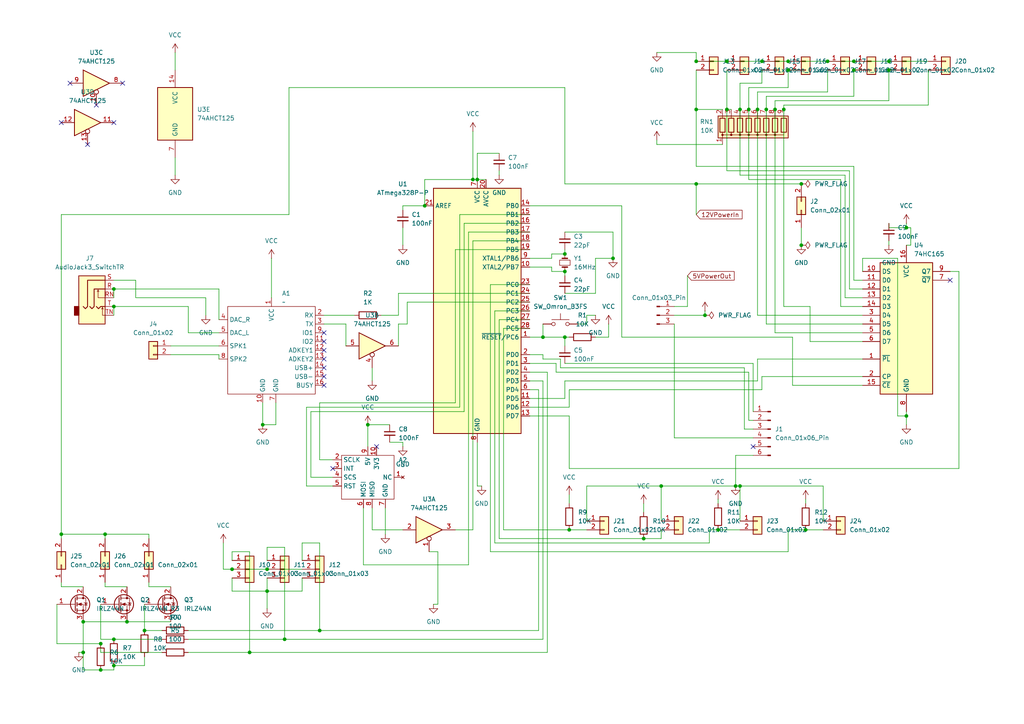
<source format=kicad_sch>
(kicad_sch (version 20231120) (generator "eeschema") (generator_version "8.0")
  (paper "A4")
  (lib_symbols
    (symbol "74xx:74AHCT125" (pin_names (offset 1.016))
      (property "Reference" "U" (at 0 1.27 0))
      (property "Value" "74AHCT125" (at 0 -1.27 0))
      (symbol "74AHCT125_1_0"
        (pin input inverted (at 0 -6.35 90) (length 4.445) (name "~") (number "1"))
        (pin input line (at -7.62 0 0) (length 3.81) (name "~") (number "2"))
        (pin tri_state line (at 7.62 0 180) (length 3.81) (name "~") (number "3"))
      )
      (symbol "74AHCT125_2_0"
        (pin input inverted (at 0 -6.35 90) (length 4.445) (name "~") (number "4"))
        (pin input line (at -7.62 0 0) (length 3.81) (name "~") (number "5"))
        (pin tri_state line (at 7.62 0 180) (length 3.81) (name "~") (number "6"))
      )
      (symbol "74AHCT125_3_0"
        (pin input inverted (at 0 -6.35 90) (length 4.445) (name "~") (number "10"))
        (pin tri_state line (at 7.62 0 180) (length 3.81) (name "~") (number "8"))
        (pin input line (at -7.62 0 0) (length 3.81) (name "~") (number "9"))
      )
      (symbol "74AHCT125_4_0"
        (pin tri_state line (at 7.62 0 180) (length 3.81) (name "~") (number "11"))
        (pin input line (at -7.62 0 0) (length 3.81) (name "~") (number "12"))
        (pin input inverted (at 0 -6.35 90) (length 4.445) (name "~") (number "13"))
      )
      (symbol "74AHCT125_5_0"
        (pin power_in line (at 0 12.7 270) (length 5.08) (name "VCC") (number "14"))
        (pin power_in line (at 0 -12.7 90) (length 5.08) (name "GND") (number "7"))
      )
    )
    (symbol "74xx:74HC165"
      (property "Reference" "U" (at -7.62 19.05 0))
      (property "Value" "74HC165" (at -7.62 -21.59 0))
      (symbol "74HC165_1_0"
        (pin input line (at -12.7 -10.16 0) (length 5.08) (name "~{PL}") (number "1"))
        (pin input line (at -12.7 15.24 0) (length 5.08) (name "DS") (number "10"))
        (pin input line (at -12.7 12.7 0) (length 5.08) (name "D0") (number "11"))
        (pin input line (at -12.7 10.16 0) (length 5.08) (name "D1") (number "12"))
        (pin input line (at -12.7 7.62 0) (length 5.08) (name "D2") (number "13"))
        (pin input line (at -12.7 5.08 0) (length 5.08) (name "D3") (number "14"))
        (pin input line (at -12.7 -17.78 0) (length 5.08) (name "~{CE}") (number "15"))
        (pin power_in line (at 0 22.86 270) (length 5.08) (name "VCC") (number "16"))
        (pin input line (at -12.7 -15.24 0) (length 5.08) (name "CP") (number "2"))
        (pin input line (at -12.7 2.54 0) (length 5.08) (name "D4") (number "3"))
        (pin input line (at -12.7 0 0) (length 5.08) (name "D5") (number "4"))
        (pin input line (at -12.7 -2.54 0) (length 5.08) (name "D6") (number "5"))
        (pin input line (at -12.7 -5.08 0) (length 5.08) (name "D7") (number "6"))
        (pin output line (at 12.7 12.7 180) (length 5.08) (name "~{Q7}") (number "7"))
        (pin power_in line (at 0 -25.4 90) (length 5.08) (name "GND") (number "8"))
        (pin output line (at 12.7 15.24 180) (length 5.08) (name "Q7") (number "9"))
      )
    )
    (symbol "Connector:Conn_01x03_Pin" (pin_names (offset 1.016) hide)
      (property "Reference" "J" (at 0 5.08 0))
      (property "Value" "Conn_01x03_Pin" (at 0 -5.08 0))
      (symbol "Conn_01x03_Pin_1_1"
        (pin passive line (at 5.08 2.54 180) (length 3.81) (name "Pin_1") (number "1"))
        (pin passive line (at 5.08 0 180) (length 3.81) (name "Pin_2") (number "2"))
        (pin passive line (at 5.08 -2.54 180) (length 3.81) (name "Pin_3") (number "3"))
      )
    )
    (symbol "Connector:Conn_01x06_Pin" (pin_names (offset 1.016) hide)
      (property "Reference" "J" (at 0 7.62 0))
      (property "Value" "Conn_01x06_Pin" (at 0 -10.16 0))
      (symbol "Conn_01x06_Pin_1_1"
        (pin passive line (at 5.08 5.08 180) (length 3.81) (name "Pin_1") (number "1"))
        (pin passive line (at 5.08 2.54 180) (length 3.81) (name "Pin_2") (number "2"))
        (pin passive line (at 5.08 0 180) (length 3.81) (name "Pin_3") (number "3"))
        (pin passive line (at 5.08 -2.54 180) (length 3.81) (name "Pin_4") (number "4"))
        (pin passive line (at 5.08 -5.08 180) (length 3.81) (name "Pin_5") (number "5"))
        (pin passive line (at 5.08 -7.62 180) (length 3.81) (name "Pin_6") (number "6"))
      )
    )
    (symbol "Connector:TestPoint_Probe" (pin_numbers hide) (pin_names (offset 0.762) hide)
      (property "Reference" "TP" (at 1.651 5.842 0))
      (property "Value" "TestPoint_Probe" (at 1.651 4.064 0))
      (symbol "TestPoint_Probe_1_1"
        (pin passive line (at 0 0 90) (length 0) (name "1") (number "1"))
      )
    )
    (symbol "Connector_Audio:AudioJack3_SwitchTR"
      (property "Reference" "J" (at 0 8.89 0))
      (property "Value" "AudioJack3_SwitchTR" (at 0 6.35 0))
      (symbol "AudioJack3_SwitchTR_1_1"
        (pin passive line (at 5.08 0 180) (length 2.54) (name "~") (number "R"))
        (pin passive line (at 5.08 -2.54 180) (length 2.54) (name "~") (number "RN"))
        (pin passive line (at 5.08 2.54 180) (length 2.54) (name "~") (number "S"))
        (pin passive line (at 5.08 -5.08 180) (length 2.54) (name "~") (number "T"))
        (pin passive line (at 5.08 -7.62 180) (length 2.54) (name "~") (number "TN"))
      )
    )
    (symbol "Connector_Generic:Conn_01x02" (pin_names (offset 1.016) hide)
      (property "Reference" "J" (at 0 2.54 0))
      (property "Value" "Conn_01x02" (at 0 -5.08 0))
      (symbol "Conn_01x02_1_1"
        (pin passive line (at -5.08 0 0) (length 3.81) (name "Pin_1") (number "1"))
        (pin passive line (at -5.08 -2.54 0) (length 3.81) (name "Pin_2") (number "2"))
      )
    )
    (symbol "Connector_Generic:Conn_01x03" (pin_names (offset 1.016) hide)
      (property "Reference" "J" (at 0 5.08 0))
      (property "Value" "Conn_01x03" (at 0 -5.08 0))
      (symbol "Conn_01x03_1_1"
        (pin passive line (at -5.08 2.54 0) (length 3.81) (name "Pin_1") (number "1"))
        (pin passive line (at -5.08 0 0) (length 3.81) (name "Pin_2") (number "2"))
        (pin passive line (at -5.08 -2.54 0) (length 3.81) (name "Pin_3") (number "3"))
      )
    )
    (symbol "Connector_Generic:Conn_02x01" (pin_names (offset 1.016) hide)
      (property "Reference" "J" (at 1.27 2.54 0))
      (property "Value" "Conn_02x01" (at 1.27 -2.54 0))
      (symbol "Conn_02x01_1_1"
        (pin passive line (at -5.08 0 0) (length 3.81) (name "Pin_1") (number "1"))
        (pin passive line (at 7.62 0 180) (length 3.81) (name "Pin_2") (number "2"))
      )
    )
    (symbol "DFPlayer:DFPlayerMini"
      (property "Reference" "A" (at 0 0 0))
      (symbol "DFPlayerMini_1_1"
        (pin power_in line (at 0 15.24 270) (length 2.54) (name "VCC") (number "1"))
        (pin power_in line (at 2.54 -15.24 90) (length 2.54) (name "GND") (number "10"))
        (pin bidirectional line (at -15.24 2.54 0) (length 2.54) (name "IO2") (number "11"))
        (pin input line (at -15.24 0 0) (length 2.54) (name "ADKEY1") (number "12"))
        (pin input line (at -15.24 -2.54 0) (length 2.54) (name "ADKEY2") (number "13"))
        (pin bidirectional line (at -15.24 -5.08 0) (length 2.54) (name "USB+") (number "14"))
        (pin bidirectional line (at -15.24 -7.62 0) (length 2.54) (name "USB-") (number "15"))
        (pin output line (at -15.24 -10.16 0) (length 2.54) (name "BUSY") (number "16"))
        (pin input line (at -15.24 10.16 0) (length 2.54) (name "RX") (number "2"))
        (pin output line (at -15.24 7.62 0) (length 2.54) (name "TX") (number "3"))
        (pin output line (at 15.24 8.89 180) (length 2.54) (name "DAC_R") (number "4"))
        (pin output line (at 15.24 5.08 180) (length 2.54) (name "DAC_L") (number "5"))
        (pin output line (at 15.24 1.27 180) (length 2.54) (name "SPK1") (number "6"))
        (pin power_in line (at -1.27 -15.24 90) (length 2.54) (name "GND") (number "7"))
        (pin output line (at 15.24 -2.54 180) (length 2.54) (name "SPK2") (number "8"))
        (pin bidirectional line (at -15.24 5.08 0) (length 2.54) (name "IO1") (number "9"))
      )
    )
    (symbol "Device:C" (pin_numbers hide) (pin_names (offset 0.254))
      (property "Reference" "C" (at 0.635 2.54 0))
      (property "Value" "C" (at 0.635 -2.54 0))
      (symbol "C_1_1"
        (pin passive line (at 0 3.81 270) (length 2.794) (name "~") (number "1"))
        (pin passive line (at 0 -3.81 90) (length 2.794) (name "~") (number "2"))
      )
    )
    (symbol "Device:C_Polarized" (pin_numbers hide) (pin_names (offset 0.254))
      (property "Reference" "C" (at 0.635 2.54 0))
      (property "Value" "C_Polarized" (at 0.635 -2.54 0))
      (symbol "C_Polarized_1_1"
        (pin passive line (at 0 3.81 270) (length 2.794) (name "~") (number "1"))
        (pin passive line (at 0 -3.81 90) (length 2.794) (name "~") (number "2"))
      )
    )
    (symbol "Device:C_Small" (pin_numbers hide) (pin_names (offset 0.254) hide)
      (property "Reference" "C" (at 0.254 1.778 0))
      (property "Value" "C_Small" (at 0.254 -2.032 0))
      (symbol "C_Small_1_1"
        (pin passive line (at 0 2.54 270) (length 2.032) (name "~") (number "1"))
        (pin passive line (at 0 -2.54 90) (length 2.032) (name "~") (number "2"))
      )
    )
    (symbol "Device:Crystal_Small" (pin_numbers hide) (pin_names (offset 1.016) hide)
      (property "Reference" "Y" (at 0 2.54 0))
      (property "Value" "Crystal_Small" (at 0 -2.54 0))
      (symbol "Crystal_Small_1_1"
        (pin passive line (at -2.54 0 0) (length 1.27) (name "1") (number "1"))
        (pin passive line (at 2.54 0 180) (length 1.27) (name "2") (number "2"))
      )
    )
    (symbol "Device:R" (pin_numbers hide) (pin_names (offset 0))
      (property "Reference" "R" (at 2.032 0 90))
      (property "Value" "R" (at 0 0 90))
      (symbol "R_1_1"
        (pin passive line (at 0 3.81 270) (length 1.27) (name "~") (number "1"))
        (pin passive line (at 0 -3.81 90) (length 1.27) (name "~") (number "2"))
      )
    )
    (symbol "Device:R_Network08" (pin_names (offset 0) hide)
      (property "Reference" "RN" (at -12.7 0 90))
      (property "Value" "R_Network08" (at 10.16 0 90))
      (symbol "R_Network08_1_1"
        (pin passive line (at -10.16 5.08 270) (length 2.54) (name "common") (number "1"))
        (pin passive line (at -10.16 -5.08 90) (length 1.27) (name "R1") (number "2"))
        (pin passive line (at -7.62 -5.08 90) (length 1.27) (name "R2") (number "3"))
        (pin passive line (at -5.08 -5.08 90) (length 1.27) (name "R3") (number "4"))
        (pin passive line (at -2.54 -5.08 90) (length 1.27) (name "R4") (number "5"))
        (pin passive line (at 0 -5.08 90) (length 1.27) (name "R5") (number "6"))
        (pin passive line (at 2.54 -5.08 90) (length 1.27) (name "R6") (number "7"))
        (pin passive line (at 5.08 -5.08 90) (length 1.27) (name "R7") (number "8"))
        (pin passive line (at 7.62 -5.08 90) (length 1.27) (name "R8") (number "9"))
      )
    )
    (symbol "MCU_Microchip_ATmega:ATmega328P-P"
      (property "Reference" "U" (at -12.7 36.83 0))
      (property "Value" "ATmega328P-P" (at 2.54 -36.83 0))
      (symbol "ATmega328P-P_1_1"
        (pin bidirectional line (at 15.24 -7.62 180) (length 2.54) (name "~{RESET}/PC6") (number "1"))
        (pin bidirectional line (at 15.24 12.7 180) (length 2.54) (name "XTAL2/PB7") (number "10"))
        (pin bidirectional line (at 15.24 -25.4 180) (length 2.54) (name "PD5") (number "11"))
        (pin bidirectional line (at 15.24 -27.94 180) (length 2.54) (name "PD6") (number "12"))
        (pin bidirectional line (at 15.24 -30.48 180) (length 2.54) (name "PD7") (number "13"))
        (pin bidirectional line (at 15.24 30.48 180) (length 2.54) (name "PB0") (number "14"))
        (pin bidirectional line (at 15.24 27.94 180) (length 2.54) (name "PB1") (number "15"))
        (pin bidirectional line (at 15.24 25.4 180) (length 2.54) (name "PB2") (number "16"))
        (pin bidirectional line (at 15.24 22.86 180) (length 2.54) (name "PB3") (number "17"))
        (pin bidirectional line (at 15.24 20.32 180) (length 2.54) (name "PB4") (number "18"))
        (pin bidirectional line (at 15.24 17.78 180) (length 2.54) (name "PB5") (number "19"))
        (pin bidirectional line (at 15.24 -12.7 180) (length 2.54) (name "PD0") (number "2"))
        (pin power_in line (at 2.54 38.1 270) (length 2.54) (name "AVCC") (number "20"))
        (pin passive line (at -15.24 30.48 0) (length 2.54) (name "AREF") (number "21"))
        (pin passive line (at 0 -38.1 90) (length 2.54) hide (name "GND") (number "22"))
        (pin bidirectional line (at 15.24 7.62 180) (length 2.54) (name "PC0") (number "23"))
        (pin bidirectional line (at 15.24 5.08 180) (length 2.54) (name "PC1") (number "24"))
        (pin bidirectional line (at 15.24 2.54 180) (length 2.54) (name "PC2") (number "25"))
        (pin bidirectional line (at 15.24 0 180) (length 2.54) (name "PC3") (number "26"))
        (pin bidirectional line (at 15.24 -2.54 180) (length 2.54) (name "PC4") (number "27"))
        (pin bidirectional line (at 15.24 -5.08 180) (length 2.54) (name "PC5") (number "28"))
        (pin bidirectional line (at 15.24 -15.24 180) (length 2.54) (name "PD1") (number "3"))
        (pin bidirectional line (at 15.24 -17.78 180) (length 2.54) (name "PD2") (number "4"))
        (pin bidirectional line (at 15.24 -20.32 180) (length 2.54) (name "PD3") (number "5"))
        (pin bidirectional line (at 15.24 -22.86 180) (length 2.54) (name "PD4") (number "6"))
        (pin power_in line (at 0 38.1 270) (length 2.54) (name "VCC") (number "7"))
        (pin power_in line (at 0 -38.1 90) (length 2.54) (name "GND") (number "8"))
        (pin bidirectional line (at 15.24 15.24 180) (length 2.54) (name "XTAL1/PB6") (number "9"))
      )
    )
    (symbol "Regulator_Linear:LM7805_TO220" (pin_names (offset 0.254))
      (property "Reference" "U" (at -3.81 3.175 0))
      (property "Value" "LM7805_TO220" (at 0 3.175 0))
      (symbol "LM7805_TO220_1_1"
        (pin power_in line (at -7.62 0 0) (length 2.54) (name "VI") (number "1"))
        (pin power_in line (at 0 -7.62 90) (length 2.54) (name "GND") (number "2"))
        (pin power_out line (at 7.62 0 180) (length 2.54) (name "VO") (number "3"))
      )
    )
    (symbol "Switch:SW_Omron_B3FS" (pin_numbers hide) (pin_names (offset 1.016) hide)
      (property "Reference" "SW" (at 1.27 2.54 0))
      (property "Value" "SW_Omron_B3FS" (at 0 -1.524 0))
      (symbol "SW_Omron_B3FS_0_1"
        (pin passive line (at -5.08 0 0) (length 2.54) (name "1") (number "1"))
        (pin passive line (at 5.08 0 180) (length 2.54) (name "2") (number "2"))
      )
    )
    (symbol "Transistor_FET:IRLZ44N" (pin_names hide)
      (property "Reference" "Q" (at 5.08 1.905 0))
      (property "Value" "IRLZ44N" (at 5.08 0 0))
      (symbol "IRLZ44N_1_1"
        (pin input line (at -5.08 0 0) (length 2.54) (name "G") (number "1"))
        (pin passive line (at 2.54 5.08 270) (length 2.54) (name "D") (number "2"))
        (pin passive line (at 2.54 -5.08 90) (length 2.54) (name "S") (number "3"))
      )
    )
    (symbol "Wiznet:W5500Module"
      (property "Reference" "A" (at 0 0 0))
      (symbol "W5500Module_1_1"
        (pin no_connect line (at 10.16 0 180) (length 2.54) (name "NC") (number "1"))
        (pin power_in line (at 2.54 8.89 270) (length 2.54) (name "3V3") (number "10"))
        (pin input line (at -10.16 5.08 0) (length 2.54) (name "SCLK") (number "2"))
        (pin output line (at -10.16 2.54 0) (length 2.54) (name "INT") (number "3"))
        (pin input line (at -10.16 0 0) (length 2.54) (name "SCS") (number "4"))
        (pin input line (at -10.16 -2.54 0) (length 2.54) (name "RST") (number "5"))
        (pin input line (at -1.27 -8.89 90) (length 2.54) (name "MOSI") (number "6"))
        (pin power_in line (at 5.08 -8.89 90) (length 2.54) (name "GND") (number "7"))
        (pin output line (at 1.27 -8.89 90) (length 2.54) (name "MISO") (number "8"))
        (pin power_in line (at 0 8.89 270) (length 2.54) (name "5V") (number "9"))
      )
    )
    (symbol "power:GND" (power) (pin_numbers hide) (pin_names (offset 0) hide)
      (property "Value" "GND" (at 0 -3.81 0))
      (symbol "GND_1_1"
        (pin power_in line (at 0 0 270) (length 0) (name "~") (number "1"))
      )
    )
    (symbol "power:PWR_FLAG" (power) (pin_numbers hide) (pin_names (offset 0) hide)
      (property "Value" "PWR_FLAG" (at 0 3.81 0))
      (symbol "PWR_FLAG_0_0"
        (pin power_out line (at 0 0 90) (length 0) (name "~") (number "1"))
      )
    )
    (symbol "power:VCC" (power) (pin_numbers hide) (pin_names (offset 0) hide)
      (property "Value" "VCC" (at 0 3.556 0))
      (symbol "VCC_1_1"
        (pin power_in line (at 0 0 90) (length 0) (name "~") (number "1"))
      )
    )
  )
  (junction (at 24.13 180.34))
  (junction (at 156.21 260.35))
  (junction (at 30.48 154.94))
  (junction (at 163.83 78.74))
  (junction (at 137.16 52.07))
  (junction (at 213.36 140.97))
  (junction (at 217.17 31.75))
  (junction (at 33.02 193.04))
  (junction (at 177.8 74.93))
  (junction (at 147.32 242.57))
  (junction (at 262.89 120.65))
  (junction (at 33.02 83.82))
  (junction (at 33.02 88.9))
  (junction (at 67.31 165.1))
  (junction (at 232.41 71.12))
  (junction (at 247.65 17.78))
  (junction (at 29.21 186.69))
  (junction (at 210.82 17.78))
  (junction (at 186.69 156.21))
  (junction (at 41.91 182.88))
  (junction (at 191.77 140.97))
  (junction (at 247.65 20.32))
  (junction (at 233.68 153.67))
  (junction (at 77.47 171.45))
  (junction (at 77.47 165.1))
  (junction (at 222.25 31.75))
  (junction (at 232.41 53.34))
  (junction (at 92.71 182.88))
  (junction (at 201.93 31.75))
  (junction (at 208.28 153.67))
  (junction (at 201.93 17.78))
  (junction (at 82.55 185.42))
  (junction (at 24.13 189.23))
  (junction (at 33.02 185.42))
  (junction (at 228.6 20.32))
  (junction (at 72.39 189.23))
  (junction (at 219.71 31.75))
  (junction (at 227.33 31.75))
  (junction (at 157.48 97.79))
  (junction (at 80.01 242.57))
  (junction (at 214.63 31.75))
  (junction (at 95.25 242.57))
  (junction (at 163.83 73.66))
  (junction (at 156.21 242.57))
  (junction (at 36.83 180.34))
  (junction (at 29.21 194.31))
  (junction (at 262.89 66.04))
  (junction (at 228.6 17.78))
  (junction (at 240.03 17.78))
  (junction (at 106.68 123.19))
  (junction (at 220.98 17.78))
  (junction (at 214.63 140.97))
  (junction (at 201.93 53.34))
  (junction (at 123.19 59.69))
  (junction (at 17.78 154.94))
  (junction (at 165.1 153.67))
  (junction (at 257.81 20.32))
  (junction (at 210.82 31.75))
  (junction (at 163.83 97.79))
  (junction (at 224.79 31.75))
  (junction (at 257.81 17.78))
  (junction (at 76.2 123.19))
  (junction (at 80.01 267.97))
  (junction (at 204.47 91.44))
  (junction (at 138.43 52.07))
  (no_connect (at 93.98 96.52))
  (no_connect (at 93.98 104.14))
  (no_connect (at 17.78 35.56))
  (no_connect (at 109.22 129.54))
  (no_connect (at 20.32 24.13))
  (no_connect (at 93.98 106.68))
  (no_connect (at 93.98 99.06))
  (no_connect (at 93.98 101.6))
  (no_connect (at 25.4 41.91))
  (no_connect (at 93.98 109.22))
  (no_connect (at 93.98 111.76))
  (no_connect (at 33.02 35.56))
  (no_connect (at 35.56 24.13))
  (no_connect (at 218.44 129.54))
  (no_connect (at 275.59 81.28))
  (no_connect (at 96.52 135.89))
  (no_connect (at 27.94 30.48))
  (wire (pts (xy 135.89 67.31) (xy 135.89 163.83)))
  (wire (pts (xy 153.67 74.93) (xy 160.02 74.93)))
  (wire (pts (xy 163.83 67.31) (xy 177.8 67.31)))
  (wire (pts (xy 133.35 118.11) (xy 88.9 118.11)))
  (wire (pts (xy 142.24 160.02) (xy 142.24 82.55)))
  (wire (pts (xy 163.83 105.41) (xy 218.44 105.41)))
  (wire (pts (xy 29.21 194.31) (xy 24.13 194.31)))
  (wire (pts (xy 201.93 20.32) (xy 201.93 31.75)))
  (wire (pts (xy 88.9 118.11) (xy 88.9 140.97)))
  (wire (pts (xy 214.63 24.13) (xy 214.63 31.75)))
  (wire (pts (xy 90.17 119.38) (xy 90.17 138.43)))
  (wire (pts (xy 250.19 104.14) (xy 219.71 104.14)))
  (wire (pts (xy 77.47 165.1) (xy 87.63 165.1)))
  (wire (pts (xy 142.24 82.55) (xy 153.67 82.55)))
  (wire (pts (xy 24.13 189.23) (xy 22.86 189.23)))
  (wire (pts (xy 269.24 30.48) (xy 269.24 20.32)))
  (wire (pts (xy 205.74 153.67) (xy 205.74 157.48)))
  (wire (pts (xy 219.71 31.75) (xy 219.71 91.44)))
  (wire (pts (xy 153.67 97.79) (xy 157.48 97.79)))
  (wire (pts (xy 180.34 97.79) (xy 180.34 59.69)))
  (wire (pts (xy 214.63 151.13) (xy 214.63 140.97)))
  (wire (pts (xy 54.61 96.52) (xy 63.5 96.52)))
  (wire (pts (xy 217.17 121.92) (xy 218.44 121.92)))
  (wire (pts (xy 201.93 53.34) (xy 232.41 53.34)))
  (wire (pts (xy 77.47 158.75) (xy 82.55 158.75)))
  (wire (pts (xy 106.68 123.19) (xy 106.68 129.54)))
  (wire (pts (xy 41.91 182.88) (xy 41.91 175.26)))
  (wire (pts (xy 262.89 119.38) (xy 262.89 120.65)))
  (wire (pts (xy 41.91 182.88) (xy 46.99 182.88)))
  (wire (pts (xy 116.84 59.69) (xy 116.84 60.96)))
  (wire (pts (xy 228.6 160.02) (xy 142.24 160.02)))
  (wire (pts (xy 74.93 242.57) (xy 80.01 242.57)))
  (wire (pts (xy 259.08 20.32) (xy 257.81 20.32)))
  (wire (pts (xy 238.76 151.13) (xy 238.76 140.97)))
  (wire (pts (xy 123.19 52.07) (xy 123.19 59.69)))
  (wire (pts (xy 87.63 167.64) (xy 87.63 171.45)))
  (wire (pts (xy 250.19 74.93) (xy 260.35 74.93)))
  (wire (pts (xy 147.32 260.35) (xy 156.21 260.35)))
  (wire (pts (xy 43.18 168.91) (xy 43.18 170.18)))
  (wire (pts (xy 83.82 62.23) (xy 17.78 62.23)))
  (wire (pts (xy 228.6 153.67) (xy 228.6 160.02)))
  (wire (pts (xy 118.11 87.63) (xy 153.67 87.63)))
  (wire (pts (xy 208.28 144.78) (xy 208.28 146.05)))
  (wire (pts (xy 77.47 162.56) (xy 77.47 158.75)))
  (wire (pts (xy 43.18 154.94) (xy 43.18 156.21)))
  (wire (pts (xy 95.25 261.62) (xy 95.25 267.97)))
  (wire (pts (xy 110.49 91.44) (xy 115.57 91.44)))
  (wire (pts (xy 220.98 17.78) (xy 228.6 17.78)))
  (wire (pts (xy 170.18 91.44) (xy 172.72 91.44)))
  (wire (pts (xy 134.62 64.77) (xy 134.62 119.38)))
  (wire (pts (xy 93.98 91.44) (xy 102.87 91.44)))
  (wire (pts (xy 214.63 153.67) (xy 208.28 153.67)))
  (wire (pts (xy 227.33 30.48) (xy 269.24 30.48)))
  (wire (pts (xy 36.83 180.34) (xy 49.53 180.34)))
  (wire (pts (xy 132.08 116.84) (xy 92.71 116.84)))
  (wire (pts (xy 156.21 113.03) (xy 156.21 182.88)))
  (wire (pts (xy 116.84 128.27) (xy 116.84 129.54)))
  (wire (pts (xy 222.25 93.98) (xy 250.19 93.98)))
  (wire (pts (xy 262.89 120.65) (xy 262.89 123.19)))
  (wire (pts (xy 172.72 85.09) (xy 172.72 74.93)))
  (wire (pts (xy 82.55 158.75) (xy 82.55 185.42)))
  (wire (pts (xy 224.79 31.75) (xy 224.79 96.52)))
  (wire (pts (xy 165.1 153.67) (xy 146.05 153.67)))
  (wire (pts (xy 133.35 62.23) (xy 133.35 118.11)))
  (wire (pts (xy 54.61 88.9) (xy 54.61 96.52)))
  (wire (pts (xy 215.9 106.68) (xy 162.56 106.68)))
  (wire (pts (xy 165.1 120.65) (xy 153.67 120.65)))
  (wire (pts (xy 245.11 86.36) (xy 250.19 86.36)))
  (wire (pts (xy 92.71 157.48) (xy 92.71 182.88)))
  (wire (pts (xy 246.38 49.53) (xy 246.38 83.82)))
  (wire (pts (xy 167.64 93.98) (xy 170.18 93.98)))
  (wire (pts (xy 218.44 132.08) (xy 213.36 132.08)))
  (wire (pts (xy 160.02 74.93) (xy 160.02 73.66)))
  (wire (pts (xy 264.16 71.12) (xy 262.89 71.12)))
  (wire (pts (xy 156.21 250.19) (xy 156.21 260.35)))
  (wire (pts (xy 220.98 109.22) (xy 220.98 113.03)))
  (wire (pts (xy 213.36 132.08) (xy 213.36 140.97)))
  (wire (pts (xy 201.93 53.34) (xy 201.93 62.23)))
  (wire (pts (xy 144.78 49.53) (xy 144.78 50.8)))
  (wire (pts (xy 33.02 88.9) (xy 33.02 91.44)))
  (wire (pts (xy 107.95 106.68) (xy 107.95 110.49)))
  (wire (pts (xy 240.03 20.32) (xy 240.03 26.67)))
  (wire (pts (xy 163.83 110.49) (xy 163.83 115.57)))
  (wire (pts (xy 33.02 88.9) (xy 54.61 88.9)))
  (wire (pts (xy 147.32 242.57) (xy 156.21 242.57)))
  (wire (pts (xy 100.33 93.98) (xy 100.33 100.33)))
  (wire (pts (xy 87.63 162.56) (xy 87.63 157.48)))
  (wire (pts (xy 82.55 185.42) (xy 157.48 185.42)))
  (wire (pts (xy 29.21 186.69) (xy 16.51 186.69)))
  (wire (pts (xy 247.65 17.78) (xy 257.81 17.78)))
  (wire (pts (xy 245.11 50.8) (xy 245.11 86.36)))
  (wire (pts (xy 233.68 144.78) (xy 233.68 146.05)))
  (wire (pts (xy 247.65 242.57) (xy 247.65 250.19)))
  (wire (pts (xy 67.31 160.02) (xy 72.39 160.02)))
  (wire (pts (xy 243.84 52.07) (xy 243.84 88.9)))
  (wire (pts (xy 201.93 48.26) (xy 247.65 48.26)))
  (wire (pts (xy 24.13 180.34) (xy 24.13 189.23)))
  (wire (pts (xy 219.71 104.14) (xy 219.71 110.49)))
  (wire (pts (xy 170.18 93.98) (xy 170.18 91.44)))
  (wire (pts (xy 87.63 157.48) (xy 92.71 157.48)))
  (wire (pts (xy 144.78 156.21) (xy 144.78 92.71)))
  (wire (pts (xy 67.31 167.64) (xy 67.31 171.45)))
  (wire (pts (xy 163.83 97.79) (xy 165.1 97.79)))
  (wire (pts (xy 106.68 123.19) (xy 113.03 123.19)))
  (wire (pts (xy 229.87 111.76) (xy 229.87 97.79)))
  (wire (pts (xy 93.98 93.98) (xy 100.33 93.98)))
  (wire (pts (xy 201.93 31.75) (xy 201.93 48.26)))
  (wire (pts (xy 127 160.02) (xy 127 175.26)))
  (wire (pts (xy 199.39 80.01) (xy 199.39 88.9)))
  (wire (pts (xy 138.43 140.97) (xy 139.7 140.97)))
  (wire (pts (xy 213.36 140.97) (xy 214.63 140.97)))
  (wire (pts (xy 158.75 107.95) (xy 158.75 189.23)))
  (wire (pts (xy 165.1 143.51) (xy 165.1 146.05)))
  (wire (pts (xy 157.48 93.98) (xy 157.48 97.79)))
  (wire (pts (xy 163.83 78.74) (xy 163.83 80.01)))
  (wire (pts (xy 144.78 92.71) (xy 153.67 92.71)))
  (wire (pts (xy 80.01 242.57) (xy 80.01 254)))
  (wire (pts (xy 146.05 153.67) (xy 146.05 95.25)))
  (wire (pts (xy 123.19 52.07) (xy 137.16 52.07)))
  (wire (pts (xy 123.19 59.69) (xy 116.84 59.69)))
  (wire (pts (xy 105.41 147.32) (xy 105.41 163.83)))
  (wire (pts (xy 214.63 50.8) (xy 245.11 50.8)))
  (wire (pts (xy 240.03 26.67) (xy 219.71 26.67)))
  (wire (pts (xy 215.9 124.46) (xy 215.9 106.68)))
  (wire (pts (xy 17.78 170.18) (xy 24.13 170.18)))
  (wire (pts (xy 127 175.26) (xy 125.73 175.26)))
  (wire (pts (xy 227.33 31.75) (xy 227.33 30.48)))
  (wire (pts (xy 165.1 135.89) (xy 278.13 135.89)))
  (wire (pts (xy 157.48 185.42) (xy 157.48 110.49)))
  (wire (pts (xy 165.1 135.89) (xy 165.1 120.65)))
  (wire (pts (xy 33.02 185.42) (xy 46.99 185.42)))
  (wire (pts (xy 125.73 250.19) (xy 125.73 270.51)))
  (wire (pts (xy 143.51 90.17) (xy 153.67 90.17)))
  (wire (pts (xy 137.16 52.07) (xy 138.43 52.07)))
  (wire (pts (xy 201.93 15.24) (xy 201.93 17.78)))
  (wire (pts (xy 190.5 41.91) (xy 190.5 40.64)))
  (wire (pts (xy 163.83 72.39) (xy 163.83 73.66)))
  (wire (pts (xy 33.02 83.82) (xy 33.02 86.36)))
  (wire (pts (xy 80.01 123.19) (xy 80.01 116.84)))
  (wire (pts (xy 170.18 140.97) (xy 191.77 140.97)))
  (wire (pts (xy 218.44 127) (xy 195.58 127)))
  (wire (pts (xy 233.68 153.67) (xy 228.6 153.67)))
  (wire (pts (xy 29.21 189.23) (xy 29.21 186.69)))
  (wire (pts (xy 29.21 194.31) (xy 33.02 194.31)))
  (wire (pts (xy 59.69 91.44) (xy 59.69 86.36)))
  (wire (pts (xy 227.33 88.9) (xy 234.95 88.9)))
  (wire (pts (xy 138.43 52.07) (xy 140.97 52.07)))
  (wire (pts (xy 275.59 78.74) (xy 278.13 78.74)))
  (wire (pts (xy 95.25 267.97) (xy 80.01 267.97)))
  (wire (pts (xy 210.82 17.78) (xy 220.98 17.78)))
  (wire (pts (xy 195.58 91.44) (xy 204.47 91.44)))
  (wire (pts (xy 214.63 140.97) (xy 238.76 140.97)))
  (wire (pts (xy 17.78 62.23) (xy 17.78 154.94)))
  (wire (pts (xy 250.19 78.74) (xy 250.19 74.93)))
  (wire (pts (xy 247.65 27.94) (xy 222.25 27.94)))
  (wire (pts (xy 227.33 31.75) (xy 227.33 88.9)))
  (wire (pts (xy 247.65 48.26) (xy 247.65 81.28)))
  (wire (pts (xy 83.82 25.4) (xy 83.82 62.23)))
  (wire (pts (xy 64.77 157.48) (xy 64.77 165.1)))
  (wire (pts (xy 63.5 102.87) (xy 63.5 104.14)))
  (wire (pts (xy 163.83 97.79) (xy 163.83 100.33)))
  (wire (pts (xy 72.39 160.02) (xy 72.39 189.23)))
  (wire (pts (xy 33.02 194.31) (xy 33.02 193.04)))
  (wire (pts (xy 257.81 20.32) (xy 257.81 29.21)))
  (wire (pts (xy 156.21 242.57) (xy 171.45 242.57)))
  (wire (pts (xy 30.48 154.94) (xy 30.48 156.21)))
  (wire (pts (xy 214.63 31.75) (xy 214.63 50.8)))
  (wire (pts (xy 191.77 153.67) (xy 191.77 156.21)))
  (wire (pts (xy 134.62 119.38) (xy 90.17 119.38)))
  (wire (pts (xy 177.8 74.93) (xy 177.8 67.31)))
  (wire (pts (xy 76.2 116.84) (xy 76.2 123.19)))
  (wire (pts (xy 191.77 140.97) (xy 191.77 151.13)))
  (wire (pts (xy 115.57 93.98) (xy 118.11 93.98)))
  (wire (pts (xy 201.93 17.78) (xy 210.82 17.78)))
  (wire (pts (xy 162.56 104.14) (xy 157.48 104.14)))
  (wire (pts (xy 231.14 20.32) (xy 228.6 20.32)))
  (wire (pts (xy 39.37 81.28) (xy 33.02 81.28)))
  (wire (pts (xy 186.69 156.21) (xy 144.78 156.21)))
  (wire (pts (xy 76.2 123.19) (xy 80.01 123.19)))
  (wire (pts (xy 146.05 95.25) (xy 153.67 95.25)))
  (wire (pts (xy 41.91 193.04) (xy 41.91 190.5)))
  (wire (pts (xy 144.78 44.45) (xy 138.43 44.45)))
  (wire (pts (xy 17.78 154.94) (xy 30.48 154.94)))
  (wire (pts (xy 172.72 74.93) (xy 177.8 74.93)))
  (wire (pts (xy 138.43 44.45) (xy 138.43 52.07)))
  (wire (pts (xy 264.16 66.04) (xy 264.16 71.12)))
  (wire (pts (xy 153.67 107.95) (xy 158.75 107.95)))
  (wire (pts (xy 210.82 49.53) (xy 246.38 49.53)))
  (wire (pts (xy 54.61 189.23) (xy 72.39 189.23)))
  (wire (pts (xy 43.18 170.18) (xy 49.53 170.18)))
  (wire (pts (xy 153.67 102.87) (xy 157.48 102.87)))
  (wire (pts (xy 54.61 185.42) (xy 82.55 185.42)))
  (wire (pts (xy 33.02 193.04) (xy 41.91 193.04)))
  (wire (pts (xy 163.83 53.34) (xy 163.83 25.4)))
  (wire (pts (xy 210.82 31.75) (xy 212.09 31.75)))
  (wire (pts (xy 137.16 38.1) (xy 137.16 52.07)))
  (wire (pts (xy 80.01 267.97) (xy 80.01 261.62)))
  (wire (pts (xy 222.25 31.75) (xy 222.25 93.98)))
  (wire (pts (xy 262.89 66.04) (xy 257.81 66.04)))
  (wire (pts (xy 160.02 73.66) (xy 163.83 73.66)))
  (wire (pts (xy 24.13 180.34) (xy 36.83 180.34)))
  (wire (pts (xy 153.67 85.09) (xy 115.57 85.09)))
  (wire (pts (xy 153.67 72.39) (xy 132.08 72.39)))
  (wire (pts (xy 161.29 105.41) (xy 161.29 107.95)))
  (wire (pts (xy 107.95 153.67) (xy 116.84 153.67)))
  (wire (pts (xy 105.41 163.83) (xy 135.89 163.83)))
  (wire (pts (xy 199.39 88.9) (xy 195.58 88.9)))
  (wire (pts (xy 24.13 194.31) (xy 24.13 189.23)))
  (wire (pts (xy 77.47 167.64) (xy 77.47 171.45)))
  (wire (pts (xy 67.31 162.56) (xy 67.31 160.02)))
  (wire (pts (xy 278.13 78.74) (xy 278.13 135.89)))
  (wire (pts (xy 137.16 69.85) (xy 137.16 153.67)))
  (wire (pts (xy 176.53 93.98) (xy 176.53 97.79)))
  (wire (pts (xy 39.37 86.36) (xy 39.37 81.28)))
  (wire (pts (xy 132.08 72.39) (xy 132.08 116.84)))
  (wire (pts (xy 170.18 151.13) (xy 170.18 140.97)))
  (wire (pts (xy 228.6 25.4) (xy 217.17 25.4)))
  (wire (pts (xy 153.67 105.41) (xy 161.29 105.41)))
  (wire (pts (xy 92.71 133.35) (xy 96.52 133.35)))
  (wire (pts (xy 54.61 182.88) (xy 92.71 182.88)))
  (wire (pts (xy 224.79 29.21) (xy 257.81 29.21)))
  (wire (pts (xy 17.78 156.21) (xy 17.78 154.94)))
  (wire (pts (xy 191.77 140.97) (xy 213.36 140.97)))
  (wire (pts (xy 229.87 97.79) (xy 180.34 97.79)))
  (wire (pts (xy 153.67 62.23) (xy 133.35 62.23)))
  (wire (pts (xy 257.81 69.85) (xy 257.81 71.12)))
  (wire (pts (xy 115.57 100.33) (xy 115.57 93.98)))
  (wire (pts (xy 217.17 25.4) (xy 217.17 31.75)))
  (wire (pts (xy 30.48 154.94) (xy 43.18 154.94)))
  (wire (pts (xy 95.25 242.57) (xy 118.11 242.57)))
  (wire (pts (xy 204.47 91.44) (xy 204.47 90.17)))
  (wire (pts (xy 153.67 69.85) (xy 137.16 69.85)))
  (wire (pts (xy 157.48 110.49) (xy 153.67 110.49)))
  (wire (pts (xy 170.18 153.67) (xy 165.1 153.67)))
  (wire (pts (xy 107.95 153.67) (xy 107.95 147.32)))
  (wire (pts (xy 29.21 189.23) (xy 46.99 189.23)))
  (wire (pts (xy 234.95 88.9) (xy 234.95 99.06)))
  (wire (pts (xy 165.1 113.03) (xy 165.1 118.11)))
  (wire (pts (xy 210.82 31.75) (xy 210.82 49.53)))
  (wire (pts (xy 17.78 168.91) (xy 17.78 170.18)))
  (wire (pts (xy 158.75 189.23) (xy 72.39 189.23)))
  (wire (pts (xy 39.37 86.36) (xy 59.69 86.36)))
  (wire (pts (xy 218.44 105.41) (xy 218.44 119.38)))
  (wire (pts (xy 77.47 171.45) (xy 87.63 171.45)))
  (wire (pts (xy 217.17 107.95) (xy 217.17 121.92)))
  (wire (pts (xy 124.46 160.02) (xy 127 160.02)))
  (wire (pts (xy 113.03 128.27) (xy 116.84 128.27)))
  (wire (pts (xy 250.19 109.22) (xy 220.98 109.22)))
  (wire (pts (xy 67.31 165.1) (xy 77.47 165.1)))
  (wire (pts (xy 30.48 168.91) (xy 30.48 170.18)))
  (wire (pts (xy 228.6 20.32) (xy 228.6 25.4)))
  (wire (pts (xy 95.25 242.57) (xy 95.25 254)))
  (wire (pts (xy 238.76 153.67) (xy 233.68 153.67)))
  (wire (pts (xy 222.25 27.94) (xy 222.25 31.75)))
  (wire (pts (xy 16.51 186.69) (xy 16.51 175.26)))
  (wire (pts (xy 195.58 127) (xy 195.58 93.98)))
  (wire (pts (xy 209.55 41.91) (xy 190.5 41.91)))
  (wire (pts (xy 232.41 66.04) (xy 232.41 71.12)))
  (wire (pts (xy 220.98 24.13) (xy 214.63 24.13)))
  (wire (pts (xy 229.87 111.76) (xy 250.19 111.76)))
  (wire (pts (xy 257.81 17.78) (xy 269.24 17.78)))
  (wire (pts (xy 186.69 146.05) (xy 186.69 148.59)))
  (wire (pts (xy 30.48 170.18) (xy 36.83 170.18)))
  (wire (pts (xy 219.71 110.49) (xy 163.83 110.49)))
  (wire (pts (xy 77.47 171.45) (xy 77.47 176.53)))
  (wire (pts (xy 132.08 153.67) (xy 137.16 153.67)))
  (wire (pts (xy 163.83 25.4) (xy 83.82 25.4)))
  (wire (pts (xy 111.76 147.32) (xy 111.76 154.94)))
  (wire (pts (xy 49.53 100.33) (xy 63.5 100.33)))
  (wire (pts (xy 260.35 120.65) (xy 262.89 120.65)))
  (wire (pts (xy 217.17 31.75) (xy 217.17 52.07)))
  (wire (pts (xy 247.65 81.28) (xy 250.19 81.28)))
  (wire (pts (xy 161.29 107.95) (xy 217.17 107.95)))
  (wire (pts (xy 50.8 15.24) (xy 50.8 20.32)))
  (wire (pts (xy 163.83 85.09) (xy 172.72 85.09)))
  (wire (pts (xy 205.74 157.48) (xy 143.51 157.48)))
  (wire (pts (xy 50.8 45.72) (xy 50.8 50.8)))
  (wire (pts (xy 218.44 124.46) (xy 215.9 124.46)))
  (wire (pts (xy 220.98 113.03) (xy 165.1 113.03)))
  (wire (pts (xy 163.83 78.74) (xy 160.02 78.74)))
  (wire (pts (xy 224.79 31.75) (xy 224.79 29.21)))
  (wire (pts (xy 92.71 116.84) (xy 92.71 133.35)))
  (wire (pts (xy 29.21 185.42) (xy 33.02 185.42)))
  (wire (pts (xy 88.9 140.97) (xy 96.52 140.97)))
  (wire (pts (xy 118.11 93.98) (xy 118.11 87.63)))
  (wire (pts (xy 49.53 102.87) (xy 63.5 102.87)))
  (wire (pts (xy 160.02 78.74) (xy 160.02 77.47)))
  (wire (pts (xy 176.53 97.79) (xy 172.72 97.79)))
  (wire (pts (xy 260.35 74.93) (xy 260.35 120.65)))
  (wire (pts (xy 228.6 17.78) (xy 240.03 17.78)))
  (wire (pts (xy 153.67 64.77) (xy 134.62 64.77)))
  (wire (pts (xy 210.82 20.32) (xy 210.82 31.75)))
  (wire (pts (xy 157.48 104.14) (xy 157.48 102.87)))
  (wire (pts (xy 157.48 97.79) (xy 163.83 97.79)))
  (wire (pts (xy 162.56 106.68) (xy 162.56 104.14)))
  (wire (pts (xy 147.32 250.19) (xy 147.32 260.35)))
  (wire (pts (xy 80.01 242.57) (xy 95.25 242.57)))
  (wire (pts (xy 29.21 175.26) (xy 29.21 185.42)))
  (wire (pts (xy 243.84 88.9) (xy 250.19 88.9)))
  (wire (pts (xy 208.28 153.67) (xy 205.74 153.67)))
  (wire (pts (xy 219.71 26.67) (xy 219.71 31.75)))
  (wire (pts (xy 153.67 67.31) (xy 135.89 67.31)))
  (wire (pts (xy 133.35 242.57) (xy 147.32 242.57)))
  (wire (pts (xy 220.98 20.32) (xy 220.98 24.13)))
  (wire (pts (xy 257.81 66.04) (xy 257.81 64.77)))
  (wire (pts (xy 217.17 52.07) (xy 243.84 52.07)))
  (wire (pts (xy 78.74 74.93) (xy 78.74 86.36)))
  (wire (pts (xy 246.38 83.82) (xy 250.19 83.82)))
  (wire (pts (xy 191.77 156.21) (xy 186.69 156.21)))
  (wire (pts (xy 247.65 20.32) (xy 247.65 27.94)))
  (wire (pts (xy 240.03 17.78) (xy 247.65 17.78)))
  (wire (pts (xy 115.57 85.09) (xy 115.57 91.44)))
  (wire (pts (xy 163.83 115.57) (xy 153.67 115.57)))
  (wire (pts (xy 64.77 165.1) (xy 67.31 165.1)))
  (wire (pts (xy 116.84 66.04) (xy 116.84 71.12)))
  (wire (pts (xy 165.1 118.11) (xy 153.67 118.11)))
  (wire (pts (xy 67.31 171.45) (xy 77.47 171.45)))
  (wire (pts (xy 80.01 274.32) (xy 80.01 267.97)))
  (wire (pts (xy 90.17 138.43) (xy 96.52 138.43)))
  (wire (pts (xy 143.51 157.48) (xy 143.51 90.17)))
  (wire (pts (xy 219.71 91.44) (xy 250.19 91.44)))
  (wire (pts (xy 224.79 96.52) (xy 250.19 96.52)))
  (wire (pts (xy 248.92 20.32) (xy 247.65 20.32)))
  (wire (pts (xy 264.16 66.04) (xy 262.89 66.04)))
  (wire (pts (xy 262.89 66.04) (xy 262.89 64.77)))
  (wire (pts (xy 201.93 31.75) (xy 209.55 31.75)))
  (wire (pts (xy 163.83 53.34) (xy 201.93 53.34)))
  (wire (pts (xy 138.43 128.27) (xy 138.43 140.97)))
  (wire (pts (xy 153.67 77.47) (xy 160.02 77.47)))
  (wire (pts (xy 234.95 99.06) (xy 250.19 99.06)))
  (wire (pts (xy 63.5 83.82) (xy 63.5 92.71)))
  (wire (pts (xy 180.34 59.69) (xy 153.67 59.69)))
  (wire (pts (xy 153.67 113.03) (xy 156.21 113.03)))
  (wire (pts (xy 156.21 182.88) (xy 92.71 182.88)))
  (wire (pts (xy 33.02 83.82) (xy 63.5 83.82)))
  (wire (pts (xy 190.5 15.24) (xy 201.93 15.24)))
  (global_label "5VPowerOut" (shape input) (at 171.45 242.57 0) (property "Intersheetrefs" "${INTERSHEET_REFS}" (effects (hide yes))))
  (global_label "5VPowerOut" (shape input) (at 199.39 80.01 0) (property "Intersheetrefs" "${INTERSHEET_REFS}" (effects (hide yes))))
  (global_label "12VPowerIn" (shape input) (at 74.93 242.57 180) (property "Intersheetrefs" "${INTERSHEET_REFS}" (effects (hide yes))))
  (global_label "12VPowerIn" (shape input) (at 201.93 62.23 0) (property "Intersheetrefs" "${INTERSHEET_REFS}" (effects (hide yes))))
  (symbol (lib_id "Device:R") (at 33.02 189.23 0) (unit 1)
    (property "Reference" "R7" (at 35.56 187.9599 0) (effects (justify left)))
    (property "Value" "10K" (at 35.56 190.4999 0) (effects (justify left)))
    (property "Footprint" "Resistor_SMD:R_0805_2012Metric_Pad1.20x1.40mm_HandSolder" (effects (hide yes)))
    (property "Description" "Resistor" (effects (hide yes)))
  )
  (symbol (lib_id "Device:C_Small") (at 257.81 67.31 0) (unit 1)
    (property "Reference" "C9" (at 260.35 66.0462 0) (effects (justify left)))
    (property "Value" "100nF" (at 260.35 68.5862 0) (effects (justify left)))
    (property "Footprint" "Capacitor_SMD:C_0805_2012Metric_Pad1.18x1.45mm_HandSolder" (effects (hide yes)))
    (property "Description" "Unpolarized capacitor, small symbol" (effects (hide yes)))
  )
  (symbol (lib_id "Device:C") (at 95.25 257.81 0) (unit 1)
    (property "Reference" "C10" (at 99.06 256.5399 0) (effects (justify left)))
    (property "Value" "22uF" (at 99.06 259.0799 0) (effects (justify left)))
    (property "Footprint" "Capacitor_SMD:C_1206_3216Metric" (effects (hide yes)))
    (property "Description" "Unpolarized capacitor" (effects (hide yes)))
  )
  (symbol (lib_id "power:GND") (at 76.2 123.19 0) (unit 1)
    (property "Reference" "#PWR011" (effects (hide yes)))
    (property "Value" "GND" (at 76.2 128.27 0))
    (property "Description" "Power symbol creates a global label with name \"GND\" , ground" (effects (hide yes)))
  )
  (symbol (lib_id "power:VCC") (at 190.5 40.64 0) (unit 1)
    (property "Reference" "#PWR028" (effects (hide yes)))
    (property "Value" "VCC" (at 190.5 35.56 0))
    (property "Description" "Power symbol creates a global label with name \"VCC\"" (effects (hide yes)))
  )
  (symbol (lib_id "Connector_Generic:Conn_02x01") (at 17.78 163.83 90) (unit 1)
    (property "Reference" "J25" (at 20.32 161.2899 90) (effects (justify right)))
    (property "Value" "Conn_02x01" (at 20.32 163.8299 90) (effects (justify right)))
    (property "Footprint" "Connector_Molex:Molex_Mini-Fit_Jr_5569-02A2_2x01_P4.20mm_Horizontal_Hanging" (effects (hide yes)))
    (property "Description" "Generic connector, double row, 02x01, this symbol is compatible with counter-clockwise, top-bottom and odd-even numbering schemes., script generated (kicad-library-utils/schlib/autogen/connector/)" (effects (hide yes)))
  )
  (symbol (lib_id "power:VCC") (at 204.47 90.17 0) (unit 1)
    (property "Reference" "#PWR07" (effects (hide yes)))
    (property "Value" "VCC" (effects (hide yes)))
    (property "Description" "Power symbol creates a global label with name \"VCC\"" (effects (hide yes)))
  )
  (symbol (lib_id "power:GND") (at 262.89 123.19 0) (unit 1)
    (property "Reference" "#PWR025" (effects (hide yes)))
    (property "Value" "GND" (at 262.89 128.27 0))
    (property "Description" "Power symbol creates a global label with name \"GND\" , ground" (effects (hide yes)))
  )
  (symbol (lib_id "Connector_Generic:Conn_01x02") (at 44.45 100.33 0) (mirror y) (unit 1)
    (property "Reference" "J4" (at 44.45 93.98 0))
    (property "Value" "Conn_01x02" (at 44.45 96.52 0))
    (property "Footprint" "Connector_Connfly:Connector_Connfly_P2.54_2P" (effects (hide yes)))
    (property "Description" "Generic connector, single row, 01x02, script generated (kicad-library-utils/schlib/autogen/connector/)" (effects (hide yes)))
  )
  (symbol (lib_id "Connector_Audio:AudioJack3_SwitchTR") (at 27.94 83.82 0) (unit 1)
    (property "Reference" "J7" (at 26.035 74.93 0))
    (property "Value" "AudioJack3_SwitchTR" (at 26.035 77.47 0))
    (property "Footprint" "Connector_Audio:Jack_3.5mm_CUI_SJ1-3525N_Horizontal" (effects (hide yes)))
    (property "Description" "Audio Jack, 3 Poles (Stereo / TRS), Switched TR Poles (Normalling)" (effects (hide yes)))
  )
  (symbol (lib_id "Device:C_Small") (at 163.83 69.85 0) (unit 1)
    (property "Reference" "C3" (at 166.37 68.5862 0) (effects (justify left)))
    (property "Value" "22pF" (at 166.37 71.1262 0) (effects (justify left)))
    (property "Footprint" "Capacitor_SMD:C_0805_2012Metric_Pad1.18x1.45mm_HandSolder" (effects (hide yes)))
    (property "Description" "Unpolarized capacitor, small symbol" (effects (hide yes)))
  )
  (symbol (lib_id "Connector_Generic:Conn_02x01") (at 43.18 163.83 90) (unit 1)
    (property "Reference" "J27" (effects (hide yes)))
    (property "Value" "Conn_02x01" (at 45.72 163.8299 90) (effects (justify right)))
    (property "Footprint" "Connector_Molex:Molex_Mini-Fit_Jr_5569-02A2_2x01_P4.20mm_Horizontal_Hanging" (effects (hide yes)))
    (property "Description" "Generic connector, double row, 02x01, this symbol is compatible with counter-clockwise, top-bottom and odd-even numbering schemes., script generated (kicad-library-utils/schlib/autogen/connector/)" (effects (hide yes)))
  )
  (symbol (lib_id "74xx:74AHCT125") (at 25.4 35.56 0) (unit 4)
    (property "Reference" "U3" (at 25.4 26.67 0))
    (property "Value" "74AHCT125" (at 25.4 29.21 0))
    (property "Footprint" "Package_SO:SOIC-14_3.9x8.7mm_P1.27mm" (effects (hide yes)))
    (property "Datasheet" "https://www.ti.com/lit/ds/symlink/sn74ahct125.pdf" (effects (hide yes)))
    (property "Description" "Quadruple Bus Buffer Gates With 3-State Outputs" (effects (hide yes)))
  )
  (symbol (lib_id "Connector_Generic:Conn_01x03") (at 72.39 165.1 0) (unit 1)
    (property "Reference" "J10" (at 74.93 163.8299 0) (effects (justify left)))
    (property "Value" "Conn_01x03" (at 74.93 166.3699 0) (effects (justify left)))
    (property "Footprint" "Connector_PinSocket_2.54mm:PinSocket_1x03_P2.54mm_Vertical" (effects (hide yes)))
    (property "Description" "Generic connector, single row, 01x03, script generated (kicad-library-utils/schlib/autogen/connector/)" (effects (hide yes)))
  )
  (symbol (lib_id "Device:C_Polarized") (at 156.21 246.38 0) (unit 1)
    (property "Reference" "C2" (at 160.02 244.2209 0) (effects (justify left)))
    (property "Value" "220uF" (at 160.02 246.7609 0) (effects (justify left)))
    (property "Footprint" "Capacitor_THT:CP_Radial_D6.3mm_P2.50mm" (effects (hide yes)))
    (property "Description" "Polarized capacitor" (effects (hide yes)))
  )
  (symbol (lib_id "Device:C_Polarized") (at 80.01 257.81 0) (unit 1)
    (property "Reference" "C6" (at 83.82 255.6509 0) (effects (justify left)))
    (property "Value" "220uF" (at 83.82 258.1909 0) (effects (justify left)))
    (property "Footprint" "Capacitor_THT:CP_Radial_D6.3mm_P2.50mm" (effects (hide yes)))
    (property "Description" "Polarized capacitor" (effects (hide yes)))
  )
  (symbol (lib_id "Connector_Generic:Conn_01x02") (at 196.85 151.13 0) (unit 1)
    (property "Reference" "J22" (at 199.39 151.1299 0) (effects (justify left)))
    (property "Value" "Conn_01x02" (at 199.39 153.6699 0) (effects (justify left)))
    (property "Footprint" "Connector_Connfly:Connector_Connfly_P2.54_2P_R" (effects (hide yes)))
    (property "Description" "Generic connector, single row, 01x02, script generated (kicad-library-utils/schlib/autogen/connector/)" (effects (hide yes)))
  )
  (symbol (lib_id "power:VCC") (at 64.77 157.48 0) (unit 1)
    (property "Reference" "#PWR024" (effects (hide yes)))
    (property "Value" "VCC" (at 64.77 152.4 0))
    (property "Description" "Power symbol creates a global label with name \"VCC\"" (effects (hide yes)))
  )
  (symbol (lib_id "74xx:74HC165") (at 262.89 93.98 0) (unit 1)
    (property "Reference" "U4" (at 265.0841 71.12 0) (effects (justify left)))
    (property "Value" "74HC165" (at 265.0841 73.66 0) (effects (justify left)))
    (property "Footprint" "Package_SO:SOIC-16_3.9x9.9mm_P1.27mm" (effects (hide yes)))
    (property "Datasheet" "https://assets.nexperia.com/documents/data-sheet/74HC_HCT165.pdf" (effects (hide yes)))
    (property "Description" "Shift Register, 8-bit, Parallel Load" (effects (hide yes)))
  )
  (symbol (lib_id "power:GND") (at 116.84 71.12 0) (unit 1)
    (property "Reference" "#PWR08" (effects (hide yes)))
    (property "Value" "GND" (at 116.84 76.2 0))
    (property "Description" "Power symbol creates a global label with name \"GND\" , ground" (effects (hide yes)))
  )
  (symbol (lib_id "Connector_Generic:Conn_01x02") (at 262.89 17.78 0) (unit 1)
    (property "Reference" "J19" (at 265.43 17.7799 0) (effects (justify left)))
    (property "Value" "Conn_01x02" (at 265.43 20.3199 0) (effects (justify left)))
    (property "Footprint" "Connector_Connfly:Connector_Connfly_P2.54_2P_R" (effects (hide yes)))
    (property "Description" "Generic connector, single row, 01x02, script generated (kicad-library-utils/schlib/autogen/connector/)" (effects (hide yes)))
  )
  (symbol (lib_id "74xx:74AHCT125") (at 107.95 100.33 0) (unit 2)
    (property "Reference" "U3" (at 107.95 91.44 0))
    (property "Value" "74AHCT125" (at 107.95 93.98 0))
    (property "Footprint" "Package_SO:SOIC-14_3.9x8.7mm_P1.27mm" (effects (hide yes)))
    (property "Datasheet" "https://www.ti.com/lit/ds/symlink/sn74ahct125.pdf" (effects (hide yes)))
    (property "Description" "Quadruple Bus Buffer Gates With 3-State Outputs" (effects (hide yes)))
  )
  (symbol (lib_id "Connector:Conn_01x03_Pin") (at 190.5 91.44 0) (unit 1)
    (property "Reference" "J3" (effects (hide yes)))
    (property "Value" "Conn_01x03_Pin" (at 191.135 86.36 0))
    (property "Footprint" "Connector_PinHeader_2.54mm:PinHeader_1x03_P2.54mm_Vertical" (effects (hide yes)))
    (property "Description" "Generic connector, single row, 01x03, script generated" (effects (hide yes)))
  )
  (symbol (lib_id "Device:R") (at 186.69 152.4 180) (unit 1)
    (property "Reference" "R10" (at 189.23 151.1299 0) (effects (justify right)))
    (property "Value" "10K" (at 189.23 153.6699 0) (effects (justify right)))
    (property "Footprint" "Resistor_SMD:R_0805_2012Metric_Pad1.20x1.40mm_HandSolder" (effects (hide yes)))
    (property "Description" "Resistor" (effects (hide yes)))
  )
  (symbol (lib_id "power:VCC") (at 176.53 93.98 0) (unit 1)
    (property "Reference" "#PWR010" (effects (hide yes)))
    (property "Value" "VCC" (at 176.53 88.9 0))
    (property "Description" "Power symbol creates a global label with name \"VCC\"" (effects (hide yes)))
  )
  (symbol (lib_id "power:GND") (at 116.84 129.54 0) (unit 1)
    (property "Reference" "#PWR030" (effects (hide yes)))
    (property "Value" "GND" (at 116.84 134.62 0))
    (property "Description" "Power symbol creates a global label with name \"GND\" , ground" (effects (hide yes)))
  )
  (symbol (lib_id "Device:R") (at 168.91 97.79 90) (unit 1)
    (property "Reference" "R1" (at 168.91 91.44 90))
    (property "Value" "10K" (at 168.91 93.98 90))
    (property "Footprint" "Resistor_SMD:R_0805_2012Metric_Pad1.20x1.40mm_HandSolder" (effects (hide yes)))
    (property "Description" "Resistor" (effects (hide yes)))
  )
  (symbol (lib_id "power:PWR_FLAG") (at 204.47 91.44 270) (unit 1)
    (property "Reference" "#FLG02" (effects (hide yes)))
    (property "Value" "PWR_FLAG" (at 208.28 91.4399 90) (effects (justify left)))
    (property "Description" "Special symbol for telling ERC where power comes from" (effects (hide yes)))
  )
  (symbol (lib_id "Device:R_Network08") (at 219.71 36.83 0) (mirror x) (unit 1)
    (property "Reference" "RN1" (at 207.01 35.3059 0) (effects (justify right)))
    (property "Value" "10K" (at 207.01 37.8459 0) (effects (justify right)))
    (property "Footprint" "Resistor_THT:R_Array_SIP9" (effects (hide yes)))
    (property "Datasheet" "http://www.vishay.com/docs/31509/csc.pdf" (effects (hide yes)))
    (property "Description" "8 resistor network, star topology, bussed resistors, small symbol" (effects (hide yes)))
  )
  (symbol (lib_id "power:GND") (at 139.7 140.97 0) (unit 1)
    (property "Reference" "#PWR04" (effects (hide yes)))
    (property "Value" "GND" (at 139.7 146.05 0))
    (property "Description" "Power symbol creates a global label with name \"GND\" , ground" (effects (hide yes)))
  )
  (symbol (lib_id "Device:R") (at 208.28 149.86 180) (unit 1)
    (property "Reference" "R11" (at 210.82 148.5899 0) (effects (justify right)))
    (property "Value" "10K" (at 210.82 151.1299 0) (effects (justify right)))
    (property "Footprint" "Resistor_SMD:R_0805_2012Metric_Pad1.20x1.40mm_HandSolder" (effects (hide yes)))
    (property "Description" "Resistor" (effects (hide yes)))
  )
  (symbol (lib_id "power:GND") (at 257.81 71.12 0) (unit 1)
    (property "Reference" "#PWR029" (effects (hide yes)))
    (property "Value" "GND" (at 257.81 76.2 0))
    (property "Description" "Power symbol creates a global label with name \"GND\" , ground" (effects (hide yes)))
  )
  (symbol (lib_id "MCU_Microchip_ATmega:ATmega328P-P") (at 138.43 90.17 0) (unit 1)
    (property "Reference" "U1" (at 116.84 53.3714 0))
    (property "Value" "ATmega328P-P" (at 116.84 55.9114 0))
    (property "Footprint" "Package_DIP:DIP-28_W7.62mm" (effects (hide yes)))
    (property "Datasheet" "http://ww1.microchip.com/downloads/en/DeviceDoc/ATmega328_P%20AVR%20MCU%20with%20picoPower%20Technology%20Data%20Sheet%2040001984A.pdf" (effects (hide yes)))
    (property "Description" "20MHz, 32kB Flash, 2kB SRAM, 1kB EEPROM, DIP-28" (effects (hide yes)))
  )
  (symbol (lib_id "Connector_Generic:Conn_01x02") (at 252.73 17.78 0) (unit 1)
    (property "Reference" "J18" (at 255.27 17.7799 0) (effects (justify left)))
    (property "Value" "Conn_01x02" (at 255.27 20.3199 0) (effects (justify left)))
    (property "Footprint" "Connector_Connfly:Connector_Connfly_P2.54_2P_R" (effects (hide yes)))
    (property "Description" "Generic connector, single row, 01x02, script generated (kicad-library-utils/schlib/autogen/connector/)" (effects (hide yes)))
  )
  (symbol (lib_id "Device:R") (at 50.8 182.88 90) (unit 1)
    (property "Reference" "R3" (at 50.8 176.53 90))
    (property "Value" "100" (at 50.8 179.07 90))
    (property "Footprint" "Resistor_SMD:R_0805_2012Metric_Pad1.20x1.40mm_HandSolder" (effects (hide yes)))
    (property "Description" "Resistor" (effects (hide yes)))
  )
  (symbol (lib_id "74xx:74AHCT125") (at 50.8 33.02 0) (unit 5)
    (property "Reference" "U3" (at 57.15 31.7499 0) (effects (justify left)))
    (property "Value" "74AHCT125" (at 57.15 34.2899 0) (effects (justify left)))
    (property "Footprint" "Package_SO:SOIC-14_3.9x8.7mm_P1.27mm" (effects (hide yes)))
    (property "Datasheet" "https://www.ti.com/lit/ds/symlink/sn74ahct125.pdf" (effects (hide yes)))
    (property "Description" "Quadruple Bus Buffer Gates With 3-State Outputs" (effects (hide yes)))
  )
  (symbol (lib_id "Device:R") (at 50.8 189.23 90) (unit 1)
    (property "Reference" "R5" (at 50.8 182.88 90))
    (property "Value" "100" (at 50.8 185.42 90))
    (property "Footprint" "Resistor_SMD:R_0805_2012Metric_Pad1.20x1.40mm_HandSolder" (effects (hide yes)))
    (property "Description" "Resistor" (effects (hide yes)))
  )
  (symbol (lib_id "power:GND") (at 50.8 50.8 0) (unit 1)
    (property "Reference" "#PWR018" (effects (hide yes)))
    (property "Value" "GND" (at 50.8 55.88 0))
    (property "Description" "Power symbol creates a global label with name \"GND\" , ground" (effects (hide yes)))
  )
  (symbol (lib_id "power:PWR_FLAG") (at 232.41 71.12 270) (unit 1)
    (property "Reference" "#FLG03" (effects (hide yes)))
    (property "Value" "PWR_FLAG" (at 236.22 71.1199 90) (effects (justify left)))
    (property "Description" "Special symbol for telling ERC where power comes from" (effects (hide yes)))
  )
  (symbol (lib_id "power:GND") (at 77.47 176.53 0) (unit 1)
    (property "Reference" "#PWR023" (effects (hide yes)))
    (property "Value" "GND" (at 77.47 181.61 0))
    (property "Description" "Power symbol creates a global label with name \"GND\" , ground" (effects (hide yes)))
  )
  (symbol (lib_id "Transistor_FET:IRLZ44N") (at 34.29 175.26 0) (unit 1)
    (property "Reference" "Q2" (at 40.64 173.9899 0) (effects (justify left)))
    (property "Value" "IRLZ44N" (at 40.64 176.5299 0) (effects (justify left)))
    (property "Footprint" "Package_TO_SOT_THT:TO-220-3_Vertical" (effects (hide yes)))
    (property "Datasheet" "http://www.irf.com/product-info/datasheets/data/irlz44n.pdf" (effects (hide yes)))
    (property "Description" "47A Id, 55V Vds, 22mOhm Rds Single N-Channel HEXFET Power MOSFET, TO-220AB" (effects (hide yes)))
  )
  (symbol (lib_id "power:VCC") (at 186.69 146.05 0) (unit 1)
    (property "Reference" "#PWR032" (effects (hide yes)))
    (property "Value" "VCC" (at 186.69 140.97 0))
    (property "Description" "Power symbol creates a global label with name \"VCC\"" (effects (hide yes)))
  )
  (symbol (lib_id "Device:R") (at 29.21 190.5 0) (unit 1)
    (property "Reference" "R6" (at 31.75 189.2299 0) (effects (justify left)))
    (property "Value" "10K" (at 31.75 191.7699 0) (effects (justify left)))
    (property "Footprint" "Resistor_SMD:R_0805_2012Metric_Pad1.20x1.40mm_HandSolder" (effects (hide yes)))
    (property "Description" "Resistor" (effects (hide yes)))
  )
  (symbol (lib_id "Connector:Conn_01x06_Pin") (at 223.52 124.46 0) (mirror y) (unit 1)
    (property "Reference" "J1" (at 224.79 124.4599 0) (effects (justify right)))
    (property "Value" "Conn_01x06_Pin" (at 224.79 126.9999 0) (effects (justify right)))
    (property "Footprint" "Connector_Connfly:Connector_Connfly_P2.54_6P_R" (effects (hide yes)))
    (property "Description" "Generic connector, single row, 01x06, script generated" (effects (hide yes)))
  )
  (symbol (lib_id "Device:Crystal_Small") (at 163.83 76.2 90) (unit 1)
    (property "Reference" "Y1" (at 166.37 74.9299 90) (effects (justify right)))
    (property "Value" "16MHz" (at 166.37 77.4699 90) (effects (justify right)))
    (property "Footprint" "Crystal:Crystal_HC49-U_Vertical" (effects (hide yes)))
    (property "Description" "Two pin crystal, small symbol" (effects (hide yes)))
  )
  (symbol (lib_id "Connector_Generic:Conn_01x02") (at 175.26 151.13 0) (unit 1)
    (property "Reference" "J21" (at 177.8 151.1299 0) (effects (justify left)))
    (property "Value" "Conn_01x02" (at 177.8 153.6699 0) (effects (justify left)))
    (property "Footprint" "Connector_Connfly:Connector_Connfly_P2.54_2P_R" (effects (hide yes)))
    (property "Description" "Generic connector, single row, 01x02, script generated (kicad-library-utils/schlib/autogen/connector/)" (effects (hide yes)))
  )
  (symbol (lib_id "Device:R") (at 165.1 149.86 180) (unit 1)
    (property "Reference" "R9" (at 167.64 148.5899 0) (effects (justify right)))
    (property "Value" "10K" (at 167.64 151.1299 0) (effects (justify right)))
    (property "Footprint" "Resistor_SMD:R_0805_2012Metric_Pad1.20x1.40mm_HandSolder" (effects (hide yes)))
    (property "Description" "Resistor" (effects (hide yes)))
  )
  (symbol (lib_id "74xx:74AHCT125") (at 27.94 24.13 0) (unit 3)
    (property "Reference" "U3" (at 27.94 15.24 0))
    (property "Value" "74AHCT125" (at 27.94 17.78 0))
    (property "Footprint" "Package_SO:SOIC-14_3.9x8.7mm_P1.27mm" (effects (hide yes)))
    (property "Datasheet" "https://www.ti.com/lit/ds/symlink/sn74ahct125.pdf" (effects (hide yes)))
    (property "Description" "Quadruple Bus Buffer Gates With 3-State Outputs" (effects (hide yes)))
  )
  (symbol (lib_id "Connector_Generic:Conn_01x02") (at 219.71 151.13 0) (unit 1)
    (property "Reference" "J23" (at 222.25 151.1299 0) (effects (justify left)))
    (property "Value" "Conn_01x02" (at 222.25 153.6699 0) (effects (justify left)))
    (property "Footprint" "Connector_Connfly:Connector_Connfly_P2.54_2P_R" (effects (hide yes)))
    (property "Description" "Generic connector, single row, 01x02, script generated (kicad-library-utils/schlib/autogen/connector/)" (effects (hide yes)))
  )
  (symbol (lib_id "power:PWR_FLAG") (at 232.41 53.34 270) (unit 1)
    (property "Reference" "#FLG01" (effects (hide yes)))
    (property "Value" "PWR_FLAG" (at 236.22 53.3399 90) (effects (justify left)))
    (property "Description" "Special symbol for telling ERC where power comes from" (effects (hide yes)))
  )
  (symbol (lib_id "power:VCC") (at 137.16 38.1 0) (unit 1)
    (property "Reference" "#PWR02" (effects (hide yes)))
    (property "Value" "VCC" (at 137.16 33.02 0))
    (property "Description" "Power symbol creates a global label with name \"VCC\"" (effects (hide yes)))
  )
  (symbol (lib_id "Connector_Generic:Conn_01x02") (at 243.84 151.13 0) (unit 1)
    (property "Reference" "J24" (at 246.38 151.1299 0) (effects (justify left)))
    (property "Value" "Conn_01x02" (at 246.38 153.6699 0) (effects (justify left)))
    (property "Footprint" "Connector_Connfly:Connector_Connfly_P2.54_2P_R" (effects (hide yes)))
    (property "Description" "Generic connector, single row, 01x02, script generated (kicad-library-utils/schlib/autogen/connector/)" (effects (hide yes)))
  )
  (symbol (lib_id "Device:R") (at 106.68 91.44 90) (unit 1)
    (property "Reference" "R2" (at 106.68 85.09 90))
    (property "Value" "1K" (at 106.68 87.63 90))
    (property "Footprint" "Resistor_SMD:R_0805_2012Metric_Pad1.20x1.40mm_HandSolder" (effects (hide yes)))
    (property "Description" "Resistor" (effects (hide yes)))
  )
  (symbol (lib_id "power:GND") (at 177.8 74.93 0) (unit 1)
    (property "Reference" "#PWR09" (effects (hide yes)))
    (property "Value" "GND" (at 177.8 80.01 0))
    (property "Description" "Power symbol creates a global label with name \"GND\" , ground" (effects (hide yes)))
  )
  (symbol (lib_id "Connector_Generic:Conn_02x01") (at 30.48 163.83 90) (unit 1)
    (property "Reference" "J26" (at 33.02 161.2899 90) (effects (justify right)))
    (property "Value" "Conn_02x01" (at 33.02 163.8299 90) (effects (justify right)))
    (property "Footprint" "Connector_Molex:Molex_Mini-Fit_Jr_5569-02A2_2x01_P4.20mm_Horizontal_Hanging" (effects (hide yes)))
    (property "Description" "Generic connector, double row, 02x01, this symbol is compatible with counter-clockwise, top-bottom and odd-even numbering schemes., script generated (kicad-library-utils/schlib/autogen/connector/)" (effects (hide yes)))
  )
  (symbol (lib_id "Device:R") (at 41.91 186.69 0) (unit 1)
    (property "Reference" "R8" (at 44.45 185.4199 0) (effects (justify left)))
    (property "Value" "10K" (at 44.45 187.9599 0) (effects (justify left)))
    (property "Footprint" "Resistor_SMD:R_0805_2012Metric_Pad1.20x1.40mm_HandSolder" (effects (hide yes)))
    (property "Description" "Resistor" (effects (hide yes)))
  )
  (symbol (lib_id "Switch:SW_Omron_B3FS") (at 162.56 93.98 0) (unit 1)
    (property "Reference" "SW1" (at 162.56 86.36 0))
    (property "Value" "SW_Omron_B3FS" (at 162.56 88.9 0))
    (property "Footprint" "Button_Switch_SMD:SW_SPST_Omron_B3FS-100xP" (effects (hide yes)))
    (property "Datasheet" "https://omronfs.omron.com/en_US/ecb/products/pdf/en-b3fs.pdf" (effects (hide yes)))
    (property "Description" "Omron B3FS 6x6mm single pole normally-open tactile switch" (effects (hide yes)))
  )
  (symbol (lib_id "74xx:74AHCT125") (at 124.46 153.67 0) (unit 1)
    (property "Reference" "U3" (at 124.46 144.78 0))
    (property "Value" "74AHCT125" (at 124.46 147.32 0))
    (property "Footprint" "Package_SO:SOIC-14_3.9x8.7mm_P1.27mm" (effects (hide yes)))
    (property "Datasheet" "https://www.ti.com/lit/ds/symlink/sn74ahct125.pdf" (effects (hide yes)))
    (property "Description" "Quadruple Bus Buffer Gates With 3-State Outputs" (effects (hide yes)))
  )
  (symbol (lib_id "Transistor_FET:IRLZ44N") (at 46.99 175.26 0) (unit 1)
    (property "Reference" "Q3" (at 53.34 173.9899 0) (effects (justify left)))
    (property "Value" "IRLZ44N" (at 53.34 176.5299 0) (effects (justify left)))
    (property "Footprint" "Package_TO_SOT_THT:TO-220-3_Vertical" (effects (hide yes)))
    (property "Datasheet" "http://www.irf.com/product-info/datasheets/data/irlz44n.pdf" (effects (hide yes)))
    (property "Description" "47A Id, 55V Vds, 22mOhm Rds Single N-Channel HEXFET Power MOSFET, TO-220AB" (effects (hide yes)))
  )
  (symbol (lib_id "power:VCC") (at 262.89 64.77 0) (unit 1)
    (property "Reference" "#PWR026" (effects (hide yes)))
    (property "Value" "VCC" (at 262.89 59.69 0))
    (property "Description" "Power symbol creates a global label with name \"VCC\"" (effects (hide yes)))
  )
  (symbol (lib_id "power:GND") (at 22.86 189.23 0) (unit 1)
    (property "Reference" "#PWR022" (effects (hide yes)))
    (property "Value" "GND" (at 22.86 194.31 0))
    (property "Description" "Power symbol creates a global label with name \"GND\" , ground" (effects (hide yes)))
  )
  (symbol (lib_id "power:VCC") (at 208.28 144.78 0) (unit 1)
    (property "Reference" "#PWR033" (effects (hide yes)))
    (property "Value" "VCC" (at 208.28 139.7 0))
    (property "Description" "Power symbol creates a global label with name \"VCC\"" (effects (hide yes)))
  )
  (symbol (lib_id "Regulator_Linear:LM7805_TO220") (at 125.73 242.57 0) (unit 1)
    (property "Reference" "U2" (at 125.73 236.22 0))
    (property "Value" "LM7805_TO220" (at 125.73 238.76 0))
    (property "Footprint" "Package_TO_SOT_THT:TO-220-3_Vertical" (effects (hide yes)))
    (property "Datasheet" "https://www.onsemi.cn/PowerSolutions/document/MC7800-D.PDF" (effects (hide yes)))
    (property "Description" "Positive 1A 35V Linear Regulator, Fixed Output 5V, TO-220" (effects (hide yes)))
  )
  (symbol (lib_id "Connector_Generic:Conn_01x03") (at 92.71 165.1 0) (unit 1)
    (property "Reference" "J12" (at 95.25 163.8299 0) (effects (justify left)))
    (property "Value" "Conn_01x03" (at 95.25 166.3699 0) (effects (justify left)))
    (property "Footprint" "Connector_PinSocket_2.54mm:PinSocket_1x03_P2.54mm_Vertical" (effects (hide yes)))
    (property "Description" "Generic connector, single row, 01x03, script generated (kicad-library-utils/schlib/autogen/connector/)" (effects (hide yes)))
  )
  (symbol (lib_id "power:VCC") (at 50.8 15.24 0) (unit 1)
    (property "Reference" "#PWR017" (effects (hide yes)))
    (property "Value" "VCC" (at 50.8 10.16 0))
    (property "Description" "Power symbol creates a global label with name \"VCC\"" (effects (hide yes)))
  )
  (symbol (lib_id "Transistor_FET:IRLZ44N") (at 21.59 175.26 0) (unit 1)
    (property "Reference" "Q1" (at 27.94 173.9899 0) (effects (justify left)))
    (property "Value" "IRLZ44N" (at 27.94 176.5299 0) (effects (justify left)))
    (property "Footprint" "Package_TO_SOT_THT:TO-220-3_Vertical" (effects (hide yes)))
    (property "Datasheet" "http://www.irf.com/product-info/datasheets/data/irlz44n.pdf" (effects (hide yes)))
    (property "Description" "47A Id, 55V Vds, 22mOhm Rds Single N-Channel HEXFET Power MOSFET, TO-220AB" (effects (hide yes)))
  )
  (symbol (lib_id "DFPlayer:DFPlayerMini") (at 78.74 101.6 0) (mirror y) (unit 1)
    (property "Reference" "A1" (at 81.7565 85.09 0) (effects (justify right)))
    (property "Value" "~" (at 81.7565 87.63 0) (effects (justify right)))
    (property "Footprint" "DFPlayer:DFPLayerMini" (effects (hide yes)))
  )
  (symbol (lib_id "Device:R") (at 50.8 185.42 90) (unit 1)
    (property "Reference" "R4" (at 50.8 179.07 90))
    (property "Value" "100" (at 50.8 181.61 90))
    (property "Footprint" "Resistor_SMD:R_0805_2012Metric_Pad1.20x1.40mm_HandSolder" (effects (hide yes)))
    (property "Description" "Resistor" (effects (hide yes)))
  )
  (symbol (lib_id "power:VCC") (at 165.1 143.51 0) (unit 1)
    (property "Reference" "#PWR031" (effects (hide yes)))
    (property "Value" "VCC" (at 165.1 138.43 0))
    (property "Description" "Power symbol creates a global label with name \"VCC\"" (effects (hide yes)))
  )
  (symbol (lib_id "power:GND") (at 107.95 110.49 0) (unit 1)
    (property "Reference" "#PWR020" (effects (hide yes)))
    (property "Value" "GND" (at 107.95 115.57 0))
    (property "Description" "Power symbol creates a global label with name \"GND\" , ground" (effects (hide yes)))
  )
  (symbol (lib_id "power:VCC") (at 78.74 74.93 0) (unit 1)
    (property "Reference" "#PWR01" (effects (hide yes)))
    (property "Value" "VCC" (at 78.74 69.85 0))
    (property "Description" "Power symbol creates a global label with name \"VCC\"" (effects (hide yes)))
  )
  (symbol (lib_id "power:GND") (at 144.78 50.8 0) (unit 1)
    (property "Reference" "#PWR016" (effects (hide yes)))
    (property "Value" "GND" (at 144.78 55.88 0))
    (property "Description" "Power symbol creates a global label with name \"GND\" , ground" (effects (hide yes)))
  )
  (symbol (lib_id "Device:C") (at 147.32 246.38 0) (unit 1)
    (property "Reference" "C11" (at 151.13 245.1099 0) (effects (justify left)))
    (property "Value" "22uF" (at 151.13 247.6499 0) (effects (justify left)))
    (property "Footprint" "Capacitor_SMD:C_1206_3216Metric" (effects (hide yes)))
    (property "Description" "Unpolarized capacitor" (effects (hide yes)))
  )
  (symbol (lib_id "Connector_Generic:Conn_01x02") (at 245.11 17.78 0) (unit 1)
    (property "Reference" "J17" (at 247.65 17.7799 0) (effects (justify left)))
    (property "Value" "Conn_01x02" (at 247.65 20.3199 0) (effects (justify left)))
    (property "Footprint" "Connector_Connfly:Connector_Connfly_P2.54_2P_R" (effects (hide yes)))
    (property "Description" "Generic connector, single row, 01x02, script generated (kicad-library-utils/schlib/autogen/connector/)" (effects (hide yes)))
  )
  (symbol (lib_id "power:VCC") (at 233.68 144.78 0) (unit 1)
    (property "Reference" "#PWR034" (effects (hide yes)))
    (property "Value" "VCC" (at 233.68 139.7 0))
    (property "Description" "Power symbol creates a global label with name \"VCC\"" (effects (hide yes)))
  )
  (symbol (lib_id "Device:C_Small") (at 163.83 82.55 0) (unit 1)
    (property "Reference" "C4" (at 166.37 81.2862 0) (effects (justify left)))
    (property "Value" "22pF" (at 166.37 83.8262 0) (effects (justify left)))
    (property "Footprint" "Capacitor_SMD:C_0805_2012Metric_Pad1.18x1.45mm_HandSolder" (effects (hide yes)))
    (property "Description" "Unpolarized capacitor, small symbol" (effects (hide yes)))
  )
  (symbol (lib_id "Device:C_Small") (at 116.84 63.5 0) (unit 1)
    (property "Reference" "C1" (at 119.38 62.2362 0) (effects (justify left)))
    (property "Value" "100nF" (at 119.38 64.7762 0) (effects (justify left)))
    (property "Footprint" "Capacitor_SMD:C_0805_2012Metric_Pad1.18x1.45mm_HandSolder" (effects (hide yes)))
    (property "Description" "Unpolarized capacitor, small symbol" (effects (hide yes)))
  )
  (symbol (lib_id "Wiznet:W5500Module") (at 106.68 138.43 0) (unit 1)
    (property "Reference" "A2" (at 116.84 133.3814 0))
    (property "Value" "~" (at 116.84 135.2865 0))
    (property "Footprint" "Wiznet:W5500Module" (effects (hide yes)))
  )
  (symbol (lib_id "Device:C_Small") (at 163.83 102.87 0) (unit 1)
    (property "Reference" "C5" (at 166.37 101.6062 0) (effects (justify left)))
    (property "Value" "100nF" (at 166.37 104.1462 0) (effects (justify left)))
    (property "Footprint" "Capacitor_SMD:C_0805_2012Metric_Pad1.18x1.45mm_HandSolder" (effects (hide yes)))
    (property "Description" "Unpolarized capacitor, small symbol" (effects (hide yes)))
  )
  (symbol (lib_id "power:GND") (at 190.5 15.24 0) (unit 1)
    (property "Reference" "#PWR027" (effects (hide yes)))
    (property "Value" "GND" (at 190.5 20.32 0))
    (property "Description" "Power symbol creates a global label with name \"GND\" , ground" (effects (hide yes)))
  )
  (symbol (lib_id "power:GND") (at 156.21 260.35 0) (unit 1)
    (property "Reference" "#PWR05" (effects (hide yes)))
    (property "Value" "GND" (at 156.21 265.43 0))
    (property "Description" "Power symbol creates a global label with name \"GND\" , ground" (effects (hide yes)))
  )
  (symbol (lib_id "Device:R") (at 233.68 149.86 180) (unit 1)
    (property "Reference" "R12" (at 236.22 148.5899 0) (effects (justify right)))
    (property "Value" "10K" (at 236.22 151.1299 0) (effects (justify right)))
    (property "Footprint" "Resistor_SMD:R_0805_2012Metric_Pad1.20x1.40mm_HandSolder" (effects (hide yes)))
    (property "Description" "Resistor" (effects (hide yes)))
  )
  (symbol (lib_id "power:GND") (at 125.73 175.26 0) (unit 1)
    (property "Reference" "#PWR019" (effects (hide yes)))
    (property "Value" "GND" (at 125.73 180.34 0))
    (property "Description" "Power symbol creates a global label with name \"GND\" , ground" (effects (hide yes)))
  )
  (symbol (lib_id "power:GND") (at 59.69 91.44 0) (unit 1)
    (property "Reference" "#PWR012" (effects (hide yes)))
    (property "Value" "GND" (at 59.69 96.52 0))
    (property "Description" "Power symbol creates a global label with name \"GND\" , ground" (effects (hide yes)))
  )
  (symbol (lib_id "Connector_Generic:Conn_01x02") (at 226.06 17.78 0) (unit 1)
    (property "Reference" "J15" (at 228.6 17.7799 0) (effects (justify left)))
    (property "Value" "Conn_01x02" (at 228.6 20.3199 0) (effects (justify left)))
    (property "Footprint" "Connector_Connfly:Connector_Connfly_P2.54_2P_R" (effects (hide yes)))
    (property "Description" "Generic connector, single row, 01x02, script generated (kicad-library-utils/schlib/autogen/connector/)" (effects (hide yes)))
  )
  (symbol (lib_id "Device:C_Small") (at 144.78 46.99 0) (unit 1)
    (property "Reference" "C7" (at 147.32 45.7262 0) (effects (justify left)))
    (property "Value" "100nF" (at 147.32 48.2662 0) (effects (justify left)))
    (property "Footprint" "Capacitor_SMD:C_0805_2012Metric_Pad1.18x1.45mm_HandSolder" (effects (hide yes)))
    (property "Description" "Unpolarized capacitor, small symbol" (effects (hide yes)))
  )
  (symbol (lib_id "Connector_Generic:Conn_01x02") (at 233.68 17.78 0) (unit 1)
    (property "Reference" "J16" (at 236.22 17.7799 0) (effects (justify left)))
    (property "Value" "Conn_01x02" (at 236.22 20.3199 0) (effects (justify left)))
    (property "Footprint" "Connector_Connfly:Connector_Connfly_P2.54_2P_R" (effects (hide yes)))
    (property "Description" "Generic connector, single row, 01x02, script generated (kicad-library-utils/schlib/autogen/connector/)" (effects (hide yes)))
  )
  (symbol (lib_id "Connector_Generic:Conn_01x02") (at 274.32 17.78 0) (unit 1)
    (property "Reference" "J20" (at 276.86 17.7799 0) (effects (justify left)))
    (property "Value" "Conn_01x02" (at 276.86 20.3199 0) (effects (justify left)))
    (property "Footprint" "Connector_Connfly:Connector_Connfly_P2.54_2P_R" (effects (hide yes)))
    (property "Description" "Generic connector, single row, 01x02, script generated (kicad-library-utils/schlib/autogen/connector/)" (effects (hide yes)))
  )
  (symbol (lib_id "Connector:TestPoint_Probe") (at 247.65 242.57 0) (unit 1)
    (property "Reference" "TP1" (at 251.46 239.7124 0) (effects (justify left)))
    (property "Value" "TestPoint_Probe" (at 251.46 242.2524 0) (effects (justify left)))
    (property "Footprint" "Connector_PinHeader_2.54mm:PinHeader_1x01_P2.54mm_Vertical" (effects (hide yes)))
    (property "Description" "test point (alternative probe-style design)" (effects (hide yes)))
  )
  (symbol (lib_id "Connector_Generic:Conn_01x03") (at 82.55 165.1 0) (unit 1)
    (property "Reference" "J11" (at 85.09 163.8299 0) (effects (justify left)))
    (property "Value" "Conn_01x03" (at 85.09 166.3699 0) (effects (justify left)))
    (property "Footprint" "Connector_PinSocket_2.54mm:PinSocket_1x03_P2.54mm_Vertical" (effects (hide yes)))
    (property "Description" "Generic connector, single row, 01x03, script generated (kicad-library-utils/schlib/autogen/connector/)" (effects (hide yes)))
  )
  (symbol (lib_id "power:GND") (at 232.41 71.12 0) (unit 1)
    (property "Reference" "#PWR06" (effects (hide yes)))
    (property "Value" "GND" (at 232.41 76.2 0))
    (property "Description" "Power symbol creates a global label with name \"GND\" , ground" (effects (hide yes)))
  )
  (symbol (lib_id "Device:C_Small") (at 113.03 125.73 0) (unit 1)
    (property "Reference" "C8" (at 115.57 124.4662 0) (effects (justify left)))
    (property "Value" "100nF" (at 115.57 127.0062 0) (effects (justify left)))
    (property "Footprint" "Capacitor_SMD:C_0805_2012Metric_Pad1.18x1.45mm_HandSolder" (effects (hide yes)))
    (property "Description" "Unpolarized capacitor, small symbol" (effects (hide yes)))
  )
  (symbol (lib_id "power:VCC") (at 106.68 123.19 0) (unit 1)
    (property "Reference" "#PWR013" (effects (hide yes)))
    (property "Value" "VCC" (at 106.68 118.11 0))
    (property "Description" "Power symbol creates a global label with name \"VCC\"" (effects (hide yes)))
  )
  (symbol (lib_id "Connector_Generic:Conn_02x01") (at 232.41 60.96 90) (unit 1)
    (property "Reference" "J2" (at 234.95 58.4199 90) (effects (justify right)))
    (property "Value" "Conn_02x01" (at 234.95 60.9599 90) (effects (justify right)))
    (property "Footprint" "Connector_Molex:Molex_Mini-Fit_Jr_5569-02A2_2x01_P4.20mm_Horizontal_Hanging" (effects (hide yes)))
    (property "Description" "Generic connector, double row, 02x01, this symbol is compatible with counter-clockwise, top-bottom and odd-even numbering schemes., script generated (kicad-library-utils/schlib/autogen/connector/)" (effects (hide yes)))
  )
  (symbol (lib_id "power:GND") (at 172.72 91.44 0) (unit 1)
    (property "Reference" "#PWR021" (effects (hide yes)))
    (property "Value" "GND" (at 172.72 96.52 0))
    (property "Description" "Power symbol creates a global label with name \"GND\" , ground" (effects (hide yes)))
  )
  (symbol (lib_id "power:GND") (at 247.65 250.19 0) (unit 1)
    (property "Reference" "#PWR038" (effects (hide yes)))
    (property "Value" "GND" (at 247.65 255.27 0))
    (property "Description" "Power symbol creates a global label with name \"GND\" , ground" (effects (hide yes)))
  )
  (symbol (lib_id "power:GND") (at 80.01 274.32 0) (unit 1)
    (property "Reference" "#PWR015" (effects (hide yes)))
    (property "Value" "GND" (at 80.01 279.4 0))
    (property "Description" "Power symbol creates a global label with name \"GND\" , ground" (effects (hide yes)))
  )
  (symbol (lib_id "Connector_Generic:Conn_01x02") (at 207.01 17.78 0) (unit 1)
    (property "Reference" "J13" (at 209.55 17.7799 0) (effects (justify left)))
    (property "Value" "Conn_01x02" (at 209.55 20.3199 0) (effects (justify left)))
    (property "Footprint" "Connector_Connfly:Connector_Connfly_P2.54_2P_R" (effects (hide yes)))
    (property "Description" "Generic connector, single row, 01x02, script generated (kicad-library-utils/schlib/autogen/connector/)" (effects (hide yes)))
  )
  (symbol (lib_id "Connector_Generic:Conn_01x02") (at 215.9 17.78 0) (unit 1)
    (property "Reference" "J14" (at 218.44 17.7799 0) (effects (justify left)))
    (property "Value" "Conn_01x02" (at 218.44 20.3199 0) (effects (justify left)))
    (property "Footprint" "Connector_Connfly:Connector_Connfly_P2.54_2P_R" (effects (hide yes)))
    (property "Description" "Generic connector, single row, 01x02, script generated (kicad-library-utils/schlib/autogen/connector/)" (effects (hide yes)))
  )
  (symbol (lib_id "power:GND") (at 111.76 154.94 0) (unit 1)
    (property "Reference" "#PWR014" (effects (hide yes)))
    (property "Value" "GND" (at 111.76 160.02 0))
    (property "Description" "Power symbol creates a global label with name \"GND\" , ground" (effects (hide yes)))
  )
  (symbol (lib_id "power:GND") (at 213.36 140.97 0) (unit 1)
    (property "Reference" "#PWR03" (effects (hide yes)))
    (property "Value" "GND" (at 213.36 146.05 0))
    (property "Description" "Power symbol creates a global label with name \"GND\" , ground" (effects (hide yes)))
  )
  (symbol (lib_id "power:GND") (at 125.73 270.51 0) (unit 1)
    (property "Reference" "#PWR036" (effects (hide yes)))
    (property "Value" "GND" (at 125.73 275.59 0))
    (property "Description" "Power symbol creates a global label with name \"GND\" , ground" (effects (hide yes)))
  )
  (sheet (at 1.27 213.36) (size 295.91 189.23) (stroke (width 0.1524))
    (property "Sheetname" "Power" (at 1.27 212.6484 0) (effects (justify left bottom)))
    (property "Sheetfile" "power.kicad_sch" (at 1.27 403.1746 0) (effects (justify left top)))
  )
)
</source>
